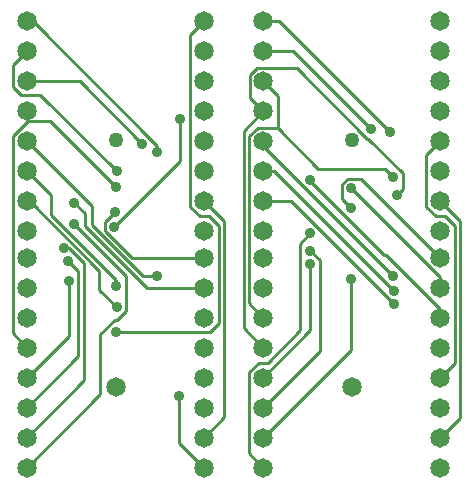
<source format=gtl>
G04 (created by PCBNEW (2013-mar-13)-testing) date Mon 26 Aug 2013 08:21:07 AM PDT*
%MOIN*%
G04 Gerber Fmt 3.4, Leading zero omitted, Abs format*
%FSLAX34Y34*%
G01*
G70*
G90*
G04 APERTURE LIST*
%ADD10C,0.005906*%
%ADD11C,0.065000*%
%ADD12C,0.050000*%
%ADD13C,0.035000*%
%ADD14C,0.010000*%
G04 APERTURE END LIST*
G54D10*
G54D11*
X20669Y-20122D03*
X20669Y-21122D03*
X20669Y-22122D03*
X20669Y-23122D03*
X20669Y-24122D03*
X20669Y-25122D03*
X20669Y-26122D03*
X20669Y-27122D03*
X26574Y-27122D03*
X26574Y-26122D03*
X26574Y-25122D03*
X26574Y-24122D03*
X26574Y-23122D03*
X26574Y-22122D03*
X26574Y-21122D03*
X26574Y-20122D03*
X20669Y-27996D03*
X20669Y-28996D03*
X20669Y-29996D03*
X20669Y-30996D03*
X20669Y-31996D03*
X20669Y-32996D03*
X20669Y-33996D03*
X20669Y-34996D03*
X26574Y-34996D03*
X26574Y-33996D03*
X26574Y-32996D03*
X26574Y-31996D03*
X26574Y-30996D03*
X26574Y-29996D03*
X26574Y-28996D03*
X26574Y-27996D03*
X28543Y-20122D03*
X28543Y-21122D03*
X28543Y-22122D03*
X28543Y-23122D03*
X28543Y-24122D03*
X28543Y-25122D03*
X28543Y-26122D03*
X28543Y-27122D03*
X34448Y-27122D03*
X34448Y-26122D03*
X34448Y-25122D03*
X34448Y-24122D03*
X34448Y-23122D03*
X34448Y-22122D03*
X34448Y-21122D03*
X34448Y-20122D03*
X28543Y-27996D03*
X28543Y-28996D03*
X28543Y-29996D03*
X28543Y-30996D03*
X28543Y-31996D03*
X28543Y-32996D03*
X28543Y-33996D03*
X28543Y-34996D03*
X34448Y-34996D03*
X34448Y-33996D03*
X34448Y-32996D03*
X34448Y-31996D03*
X34448Y-30996D03*
X34448Y-29996D03*
X34448Y-28996D03*
X34448Y-27996D03*
G54D12*
X23622Y-24068D03*
G54D11*
X23622Y-32308D03*
G54D12*
X31496Y-24068D03*
G54D11*
X31496Y-32308D03*
G54D13*
X25005Y-28604D03*
X22046Y-28113D03*
X21894Y-27683D03*
X22217Y-26886D03*
X23593Y-26486D03*
X22238Y-26163D03*
X23630Y-28951D03*
X23652Y-29631D03*
X23622Y-30470D03*
X23582Y-26967D03*
X25782Y-23360D03*
X22064Y-28763D03*
X32878Y-28600D03*
X30115Y-27766D03*
X31462Y-28722D03*
X30115Y-27190D03*
X31457Y-26346D03*
X31479Y-25688D03*
X30115Y-25404D03*
X32885Y-29093D03*
X32886Y-29530D03*
X30115Y-28212D03*
X25010Y-24462D03*
X23650Y-25111D03*
X24503Y-24205D03*
X23622Y-25631D03*
X25739Y-32613D03*
X32751Y-23811D03*
X32140Y-23722D03*
X32879Y-25317D03*
X32991Y-25910D03*
G54D14*
X24524Y-28604D02*
X25005Y-28604D01*
X22822Y-26902D02*
X24524Y-28604D01*
X22822Y-26274D02*
X22822Y-26902D01*
X20669Y-24122D02*
X22822Y-26274D01*
X22375Y-28442D02*
X22046Y-28113D01*
X22375Y-31290D02*
X22375Y-28442D01*
X20669Y-32996D02*
X22375Y-31290D01*
X22577Y-32088D02*
X20669Y-33996D01*
X22577Y-28189D02*
X22577Y-32088D01*
X22071Y-27683D02*
X22577Y-28189D01*
X21894Y-27683D02*
X22071Y-27683D01*
X23109Y-32556D02*
X20669Y-34996D01*
X23109Y-30541D02*
X23109Y-32556D01*
X23590Y-30060D02*
X23109Y-30541D01*
X23668Y-30060D02*
X23590Y-30060D01*
X23958Y-29770D02*
X23668Y-30060D01*
X23958Y-28626D02*
X23958Y-29770D01*
X22217Y-26886D02*
X23958Y-28626D01*
X24175Y-27996D02*
X26574Y-27996D01*
X23277Y-27098D02*
X24175Y-27996D01*
X23277Y-26802D02*
X23277Y-27098D01*
X23593Y-26486D02*
X23277Y-26802D01*
X24657Y-28996D02*
X26574Y-28996D01*
X22590Y-26929D02*
X24657Y-28996D01*
X22590Y-26515D02*
X22590Y-26929D01*
X22238Y-26163D02*
X22590Y-26515D01*
X23630Y-28733D02*
X23630Y-28951D01*
X21467Y-26570D02*
X23630Y-28733D01*
X21467Y-25920D02*
X21467Y-26570D01*
X20669Y-25122D02*
X21467Y-25920D01*
X23082Y-29061D02*
X23652Y-29631D01*
X23082Y-28439D02*
X23082Y-29061D01*
X20764Y-26122D02*
X23082Y-28439D01*
X20669Y-26122D02*
X20764Y-26122D01*
X26766Y-30470D02*
X23622Y-30470D01*
X27057Y-30179D02*
X26766Y-30470D01*
X27057Y-26957D02*
X27057Y-30179D01*
X26721Y-26622D02*
X27057Y-26957D01*
X26426Y-26622D02*
X26721Y-26622D01*
X26104Y-26300D02*
X26426Y-26622D01*
X26104Y-20592D02*
X26104Y-26300D01*
X26574Y-20122D02*
X26104Y-20592D01*
X25782Y-24767D02*
X23582Y-26967D01*
X25782Y-23360D02*
X25782Y-24767D01*
X22064Y-30601D02*
X20669Y-31996D01*
X22064Y-28763D02*
X22064Y-30601D01*
X28543Y-24265D02*
X28543Y-24122D01*
X32878Y-28600D02*
X28543Y-24265D01*
X30420Y-28071D02*
X30115Y-27766D01*
X30420Y-31118D02*
X30420Y-28071D01*
X28543Y-32996D02*
X30420Y-31118D01*
X31462Y-31076D02*
X28543Y-33996D01*
X31462Y-28722D02*
X31462Y-31076D01*
X29772Y-27532D02*
X30115Y-27190D01*
X29772Y-30421D02*
X29772Y-27532D01*
X28697Y-31496D02*
X29772Y-30421D01*
X28393Y-31496D02*
X28697Y-31496D01*
X28072Y-31816D02*
X28393Y-31496D01*
X28072Y-34525D02*
X28072Y-31816D01*
X28543Y-34996D02*
X28072Y-34525D01*
X31168Y-26057D02*
X31457Y-26346D01*
X31168Y-25551D02*
X31168Y-26057D01*
X31356Y-25362D02*
X31168Y-25551D01*
X31815Y-25362D02*
X31356Y-25362D01*
X34448Y-27996D02*
X31815Y-25362D01*
X34448Y-28658D02*
X31479Y-25688D01*
X34448Y-28996D02*
X34448Y-28658D01*
X30115Y-25446D02*
X30115Y-25404D01*
X32578Y-27910D02*
X30115Y-25446D01*
X32633Y-27910D02*
X32578Y-27910D01*
X34448Y-29725D02*
X32633Y-27910D01*
X34448Y-29996D02*
X34448Y-29725D01*
X28913Y-25122D02*
X28543Y-25122D01*
X32885Y-29093D02*
X28913Y-25122D01*
X29478Y-26122D02*
X28543Y-26122D01*
X32886Y-29530D02*
X29478Y-26122D01*
X30115Y-30424D02*
X30115Y-28212D01*
X28543Y-31996D02*
X30115Y-30424D01*
X20851Y-20122D02*
X20669Y-20122D01*
X25010Y-24280D02*
X20851Y-20122D01*
X25010Y-24462D02*
X25010Y-24280D01*
X21116Y-22577D02*
X23650Y-25111D01*
X20470Y-22577D02*
X21116Y-22577D01*
X20214Y-22320D02*
X20470Y-22577D01*
X20214Y-21577D02*
X20214Y-22320D01*
X20669Y-21122D02*
X20214Y-21577D01*
X22420Y-22122D02*
X20669Y-22122D01*
X24503Y-24205D02*
X22420Y-22122D01*
X21430Y-23439D02*
X20708Y-23439D01*
X23622Y-25631D02*
X21430Y-23439D01*
X20708Y-23160D02*
X20708Y-23439D01*
X20669Y-23122D02*
X20708Y-23160D01*
X20192Y-30519D02*
X20669Y-30996D01*
X20192Y-23955D02*
X20192Y-30519D01*
X20708Y-23439D02*
X20192Y-23955D01*
X27244Y-33326D02*
X26574Y-33996D01*
X27244Y-26791D02*
X27244Y-33326D01*
X26574Y-26122D02*
X27244Y-26791D01*
X25739Y-34160D02*
X26574Y-34996D01*
X25739Y-32613D02*
X25739Y-34160D01*
X29062Y-20122D02*
X32751Y-23811D01*
X28543Y-20122D02*
X29062Y-20122D01*
X29539Y-21122D02*
X32140Y-23722D01*
X28543Y-21122D02*
X29539Y-21122D01*
X29020Y-22599D02*
X28543Y-22122D01*
X29020Y-23664D02*
X29020Y-22599D01*
X28354Y-23664D02*
X29020Y-23664D01*
X28071Y-23947D02*
X28354Y-23664D01*
X28071Y-29523D02*
X28071Y-23947D01*
X28543Y-29996D02*
X28071Y-29523D01*
X30383Y-25027D02*
X29020Y-23664D01*
X32588Y-25027D02*
X30383Y-25027D01*
X32879Y-25317D02*
X32588Y-25027D01*
X33184Y-25717D02*
X32991Y-25910D01*
X33184Y-25185D02*
X33184Y-25717D01*
X32026Y-24027D02*
X33184Y-25185D01*
X32013Y-24027D02*
X32026Y-24027D01*
X29653Y-21666D02*
X32013Y-24027D01*
X28344Y-21666D02*
X29653Y-21666D01*
X28088Y-21923D02*
X28344Y-21666D01*
X28088Y-22666D02*
X28088Y-21923D01*
X28543Y-23122D02*
X28088Y-22666D01*
X27884Y-30337D02*
X28543Y-30996D01*
X27884Y-23780D02*
X27884Y-30337D01*
X28543Y-23122D02*
X27884Y-23780D01*
X34920Y-31524D02*
X34448Y-31996D01*
X34920Y-26946D02*
X34920Y-31524D01*
X34596Y-26622D02*
X34920Y-26946D01*
X34304Y-26622D02*
X34596Y-26622D01*
X33979Y-26297D02*
X34304Y-26622D01*
X33979Y-24591D02*
X33979Y-26297D01*
X34448Y-24122D02*
X33979Y-24591D01*
X35100Y-33344D02*
X34448Y-33996D01*
X35100Y-26774D02*
X35100Y-33344D01*
X34448Y-26122D02*
X35100Y-26774D01*
M02*

</source>
